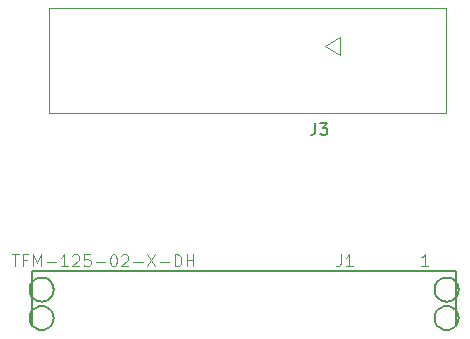
<source format=gto>
G04 #@! TF.FileFunction,Legend,Top*
%FSLAX46Y46*%
G04 Gerber Fmt 4.6, Leading zero omitted, Abs format (unit mm)*
G04 Created by KiCad (PCBNEW 4.0.6) date Tuesday, May 23, 2017 'AMt' 09:33:37 AM*
%MOMM*%
%LPD*%
G01*
G04 APERTURE LIST*
%ADD10C,0.150000*%
%ADD11C,0.120000*%
%ADD12C,0.127000*%
%ADD13C,0.076200*%
G04 APERTURE END LIST*
D10*
D11*
X87880000Y-39370000D02*
X89150000Y-40130000D01*
X89150000Y-40130000D02*
X89150000Y-38610000D01*
X89150000Y-38610000D02*
X87880000Y-39370000D01*
X98100000Y-45080000D02*
X64460000Y-45080000D01*
X98100000Y-45080000D02*
X98100000Y-36200000D01*
X64460000Y-36200000D02*
X64460000Y-45080000D01*
X64460000Y-36200000D02*
X98100000Y-36200000D01*
D12*
X98970500Y-62992000D02*
X98970500Y-58420000D01*
X98970500Y-58420000D02*
X63029500Y-58420000D01*
X63029500Y-58420000D02*
X63029500Y-62992000D01*
D10*
X99161000Y-62433200D02*
X99143220Y-62611000D01*
X99143220Y-62611000D02*
X99097500Y-62781180D01*
X99097500Y-62781180D02*
X99023840Y-62941200D01*
X99023840Y-62941200D02*
X98922240Y-63088520D01*
X98922240Y-63088520D02*
X98797780Y-63212980D01*
X98797780Y-63212980D02*
X98650460Y-63314580D01*
X98650460Y-63314580D02*
X98490440Y-63388240D01*
X98490440Y-63388240D02*
X98320260Y-63433960D01*
X98320260Y-63433960D02*
X98145000Y-63449200D01*
X98145000Y-63449200D02*
X97967200Y-63433960D01*
X97967200Y-63433960D02*
X97797020Y-63388240D01*
X97797020Y-63388240D02*
X97637000Y-63314580D01*
X97637000Y-63314580D02*
X97489680Y-63212980D01*
X97489680Y-63212980D02*
X97365220Y-63088520D01*
X97365220Y-63088520D02*
X97263620Y-62941200D01*
X97263620Y-62941200D02*
X97189960Y-62781180D01*
X97189960Y-62781180D02*
X97144240Y-62611000D01*
X97144240Y-62611000D02*
X97129000Y-62433200D01*
X97129000Y-62433200D02*
X97144240Y-62257940D01*
X97144240Y-62257940D02*
X97189960Y-62087760D01*
X97189960Y-62087760D02*
X97263620Y-61925200D01*
X97263620Y-61925200D02*
X97365220Y-61780420D01*
X97365220Y-61780420D02*
X97489680Y-61655960D01*
X97489680Y-61655960D02*
X97637000Y-61554360D01*
X97637000Y-61554360D02*
X97797020Y-61480700D01*
X97797020Y-61480700D02*
X97967200Y-61434980D01*
X97967200Y-61434980D02*
X98145000Y-61417200D01*
X98145000Y-61417200D02*
X98320260Y-61434980D01*
X98320260Y-61434980D02*
X98490440Y-61480700D01*
X98490440Y-61480700D02*
X98650460Y-61554360D01*
X98650460Y-61554360D02*
X98797780Y-61655960D01*
X98797780Y-61655960D02*
X98922240Y-61780420D01*
X98922240Y-61780420D02*
X99023840Y-61925200D01*
X99023840Y-61925200D02*
X99097500Y-62087760D01*
X99097500Y-62087760D02*
X99143220Y-62257940D01*
X99143220Y-62257940D02*
X99161000Y-62433200D01*
X99161000Y-60020200D02*
X99143220Y-60198000D01*
X99143220Y-60198000D02*
X99097500Y-60368180D01*
X99097500Y-60368180D02*
X99023840Y-60528200D01*
X99023840Y-60528200D02*
X98922240Y-60675520D01*
X98922240Y-60675520D02*
X98797780Y-60799980D01*
X98797780Y-60799980D02*
X98650460Y-60901580D01*
X98650460Y-60901580D02*
X98490440Y-60975240D01*
X98490440Y-60975240D02*
X98320260Y-61020960D01*
X98320260Y-61020960D02*
X98145000Y-61036200D01*
X98145000Y-61036200D02*
X97967200Y-61020960D01*
X97967200Y-61020960D02*
X97797020Y-60975240D01*
X97797020Y-60975240D02*
X97637000Y-60901580D01*
X97637000Y-60901580D02*
X97489680Y-60799980D01*
X97489680Y-60799980D02*
X97365220Y-60675520D01*
X97365220Y-60675520D02*
X97263620Y-60528200D01*
X97263620Y-60528200D02*
X97189960Y-60368180D01*
X97189960Y-60368180D02*
X97144240Y-60198000D01*
X97144240Y-60198000D02*
X97129000Y-60020200D01*
X97129000Y-60020200D02*
X97144240Y-59844940D01*
X97144240Y-59844940D02*
X97189960Y-59674760D01*
X97189960Y-59674760D02*
X97263620Y-59512200D01*
X97263620Y-59512200D02*
X97365220Y-59367420D01*
X97365220Y-59367420D02*
X97489680Y-59242960D01*
X97489680Y-59242960D02*
X97637000Y-59141360D01*
X97637000Y-59141360D02*
X97797020Y-59067700D01*
X97797020Y-59067700D02*
X97967200Y-59021980D01*
X97967200Y-59021980D02*
X98145000Y-59004200D01*
X98145000Y-59004200D02*
X98320260Y-59021980D01*
X98320260Y-59021980D02*
X98490440Y-59067700D01*
X98490440Y-59067700D02*
X98650460Y-59141360D01*
X98650460Y-59141360D02*
X98797780Y-59242960D01*
X98797780Y-59242960D02*
X98922240Y-59367420D01*
X98922240Y-59367420D02*
X99023840Y-59512200D01*
X99023840Y-59512200D02*
X99097500Y-59674760D01*
X99097500Y-59674760D02*
X99143220Y-59844940D01*
X99143220Y-59844940D02*
X99161000Y-60020200D01*
X64871000Y-62433200D02*
X64855760Y-62611000D01*
X64855760Y-62611000D02*
X64810040Y-62781180D01*
X64810040Y-62781180D02*
X64736380Y-62941200D01*
X64736380Y-62941200D02*
X64634780Y-63088520D01*
X64634780Y-63088520D02*
X64510320Y-63212980D01*
X64510320Y-63212980D02*
X64363000Y-63314580D01*
X64363000Y-63314580D02*
X64202980Y-63388240D01*
X64202980Y-63388240D02*
X64032800Y-63433960D01*
X64032800Y-63433960D02*
X63855000Y-63449200D01*
X63855000Y-63449200D02*
X63679740Y-63433960D01*
X63679740Y-63433960D02*
X63509560Y-63388240D01*
X63509560Y-63388240D02*
X63349540Y-63314580D01*
X63349540Y-63314580D02*
X63202220Y-63212980D01*
X63202220Y-63212980D02*
X63077760Y-63088520D01*
X63077760Y-63088520D02*
X62976160Y-62941200D01*
X62976160Y-62941200D02*
X62902500Y-62781180D01*
X62902500Y-62781180D02*
X62856780Y-62611000D01*
X62856780Y-62611000D02*
X62839000Y-62433200D01*
X62839000Y-62433200D02*
X62856780Y-62257940D01*
X62856780Y-62257940D02*
X62902500Y-62087760D01*
X62902500Y-62087760D02*
X62976160Y-61925200D01*
X62976160Y-61925200D02*
X63077760Y-61780420D01*
X63077760Y-61780420D02*
X63202220Y-61655960D01*
X63202220Y-61655960D02*
X63349540Y-61554360D01*
X63349540Y-61554360D02*
X63509560Y-61480700D01*
X63509560Y-61480700D02*
X63679740Y-61434980D01*
X63679740Y-61434980D02*
X63855000Y-61417200D01*
X63855000Y-61417200D02*
X64032800Y-61434980D01*
X64032800Y-61434980D02*
X64202980Y-61480700D01*
X64202980Y-61480700D02*
X64363000Y-61554360D01*
X64363000Y-61554360D02*
X64510320Y-61655960D01*
X64510320Y-61655960D02*
X64634780Y-61780420D01*
X64634780Y-61780420D02*
X64736380Y-61925200D01*
X64736380Y-61925200D02*
X64810040Y-62087760D01*
X64810040Y-62087760D02*
X64855760Y-62257940D01*
X64855760Y-62257940D02*
X64871000Y-62433200D01*
X64871000Y-60020200D02*
X64855760Y-60198000D01*
X64855760Y-60198000D02*
X64810040Y-60368180D01*
X64810040Y-60368180D02*
X64736380Y-60528200D01*
X64736380Y-60528200D02*
X64634780Y-60675520D01*
X64634780Y-60675520D02*
X64510320Y-60799980D01*
X64510320Y-60799980D02*
X64363000Y-60901580D01*
X64363000Y-60901580D02*
X64202980Y-60975240D01*
X64202980Y-60975240D02*
X64032800Y-61020960D01*
X64032800Y-61020960D02*
X63855000Y-61036200D01*
X63855000Y-61036200D02*
X63679740Y-61020960D01*
X63679740Y-61020960D02*
X63509560Y-60975240D01*
X63509560Y-60975240D02*
X63349540Y-60901580D01*
X63349540Y-60901580D02*
X63202220Y-60799980D01*
X63202220Y-60799980D02*
X63077760Y-60675520D01*
X63077760Y-60675520D02*
X62976160Y-60528200D01*
X62976160Y-60528200D02*
X62902500Y-60368180D01*
X62902500Y-60368180D02*
X62856780Y-60198000D01*
X62856780Y-60198000D02*
X62839000Y-60020200D01*
X62839000Y-60020200D02*
X62856780Y-59844940D01*
X62856780Y-59844940D02*
X62902500Y-59674760D01*
X62902500Y-59674760D02*
X62976160Y-59512200D01*
X62976160Y-59512200D02*
X63077760Y-59367420D01*
X63077760Y-59367420D02*
X63202220Y-59242960D01*
X63202220Y-59242960D02*
X63349540Y-59141360D01*
X63349540Y-59141360D02*
X63509560Y-59067700D01*
X63509560Y-59067700D02*
X63679740Y-59021980D01*
X63679740Y-59021980D02*
X63855000Y-59004200D01*
X63855000Y-59004200D02*
X64032800Y-59021980D01*
X64032800Y-59021980D02*
X64202980Y-59067700D01*
X64202980Y-59067700D02*
X64363000Y-59141360D01*
X64363000Y-59141360D02*
X64510320Y-59242960D01*
X64510320Y-59242960D02*
X64634780Y-59367420D01*
X64634780Y-59367420D02*
X64736380Y-59512200D01*
X64736380Y-59512200D02*
X64810040Y-59674760D01*
X64810040Y-59674760D02*
X64855760Y-59844940D01*
X64855760Y-59844940D02*
X64871000Y-60020200D01*
X87046667Y-45932381D02*
X87046667Y-46646667D01*
X86999047Y-46789524D01*
X86903809Y-46884762D01*
X86760952Y-46932381D01*
X86665714Y-46932381D01*
X87427619Y-45932381D02*
X88046667Y-45932381D01*
X87713333Y-46313333D01*
X87856191Y-46313333D01*
X87951429Y-46360952D01*
X87999048Y-46408571D01*
X88046667Y-46503810D01*
X88046667Y-46741905D01*
X87999048Y-46837143D01*
X87951429Y-46884762D01*
X87856191Y-46932381D01*
X87570476Y-46932381D01*
X87475238Y-46884762D01*
X87427619Y-46837143D01*
D13*
X89195733Y-57050819D02*
X89195733Y-57776533D01*
X89147353Y-57921676D01*
X89050591Y-58018438D01*
X88905448Y-58066819D01*
X88808686Y-58066819D01*
X90211733Y-58066819D02*
X89631162Y-58066819D01*
X89921448Y-58066819D02*
X89921448Y-57050819D01*
X89824686Y-57195962D01*
X89727924Y-57292724D01*
X89631162Y-57341105D01*
X61322257Y-57050819D02*
X61902828Y-57050819D01*
X61612543Y-58066819D02*
X61612543Y-57050819D01*
X62580161Y-57534629D02*
X62241495Y-57534629D01*
X62241495Y-58066819D02*
X62241495Y-57050819D01*
X62725304Y-57050819D01*
X63112352Y-58066819D02*
X63112352Y-57050819D01*
X63451018Y-57776533D01*
X63789685Y-57050819D01*
X63789685Y-58066819D01*
X64273495Y-57679771D02*
X65047590Y-57679771D01*
X66063590Y-58066819D02*
X65483019Y-58066819D01*
X65773305Y-58066819D02*
X65773305Y-57050819D01*
X65676543Y-57195962D01*
X65579781Y-57292724D01*
X65483019Y-57341105D01*
X66450638Y-57147581D02*
X66499019Y-57099200D01*
X66595781Y-57050819D01*
X66837685Y-57050819D01*
X66934447Y-57099200D01*
X66982828Y-57147581D01*
X67031209Y-57244343D01*
X67031209Y-57341105D01*
X66982828Y-57486248D01*
X66402257Y-58066819D01*
X67031209Y-58066819D01*
X67950447Y-57050819D02*
X67466638Y-57050819D01*
X67418257Y-57534629D01*
X67466638Y-57486248D01*
X67563400Y-57437867D01*
X67805304Y-57437867D01*
X67902066Y-57486248D01*
X67950447Y-57534629D01*
X67998828Y-57631390D01*
X67998828Y-57873295D01*
X67950447Y-57970057D01*
X67902066Y-58018438D01*
X67805304Y-58066819D01*
X67563400Y-58066819D01*
X67466638Y-58018438D01*
X67418257Y-57970057D01*
X68434257Y-57679771D02*
X69208352Y-57679771D01*
X69885686Y-57050819D02*
X69982447Y-57050819D01*
X70079209Y-57099200D01*
X70127590Y-57147581D01*
X70175971Y-57244343D01*
X70224352Y-57437867D01*
X70224352Y-57679771D01*
X70175971Y-57873295D01*
X70127590Y-57970057D01*
X70079209Y-58018438D01*
X69982447Y-58066819D01*
X69885686Y-58066819D01*
X69788924Y-58018438D01*
X69740543Y-57970057D01*
X69692162Y-57873295D01*
X69643781Y-57679771D01*
X69643781Y-57437867D01*
X69692162Y-57244343D01*
X69740543Y-57147581D01*
X69788924Y-57099200D01*
X69885686Y-57050819D01*
X70611400Y-57147581D02*
X70659781Y-57099200D01*
X70756543Y-57050819D01*
X70998447Y-57050819D01*
X71095209Y-57099200D01*
X71143590Y-57147581D01*
X71191971Y-57244343D01*
X71191971Y-57341105D01*
X71143590Y-57486248D01*
X70563019Y-58066819D01*
X71191971Y-58066819D01*
X71627400Y-57679771D02*
X72401495Y-57679771D01*
X72788543Y-57050819D02*
X73465876Y-58066819D01*
X73465876Y-57050819D02*
X72788543Y-58066819D01*
X73852924Y-57679771D02*
X74627019Y-57679771D01*
X75110829Y-58066819D02*
X75110829Y-57050819D01*
X75352734Y-57050819D01*
X75497876Y-57099200D01*
X75594638Y-57195962D01*
X75643019Y-57292724D01*
X75691400Y-57486248D01*
X75691400Y-57631390D01*
X75643019Y-57824914D01*
X75594638Y-57921676D01*
X75497876Y-58018438D01*
X75352734Y-58066819D01*
X75110829Y-58066819D01*
X76126829Y-58066819D02*
X76126829Y-57050819D01*
X76126829Y-57534629D02*
X76707400Y-57534629D01*
X76707400Y-58066819D02*
X76707400Y-57050819D01*
X96581086Y-58016019D02*
X96000515Y-58016019D01*
X96290801Y-58016019D02*
X96290801Y-57000019D01*
X96194039Y-57145162D01*
X96097277Y-57241924D01*
X96000515Y-57290305D01*
M02*

</source>
